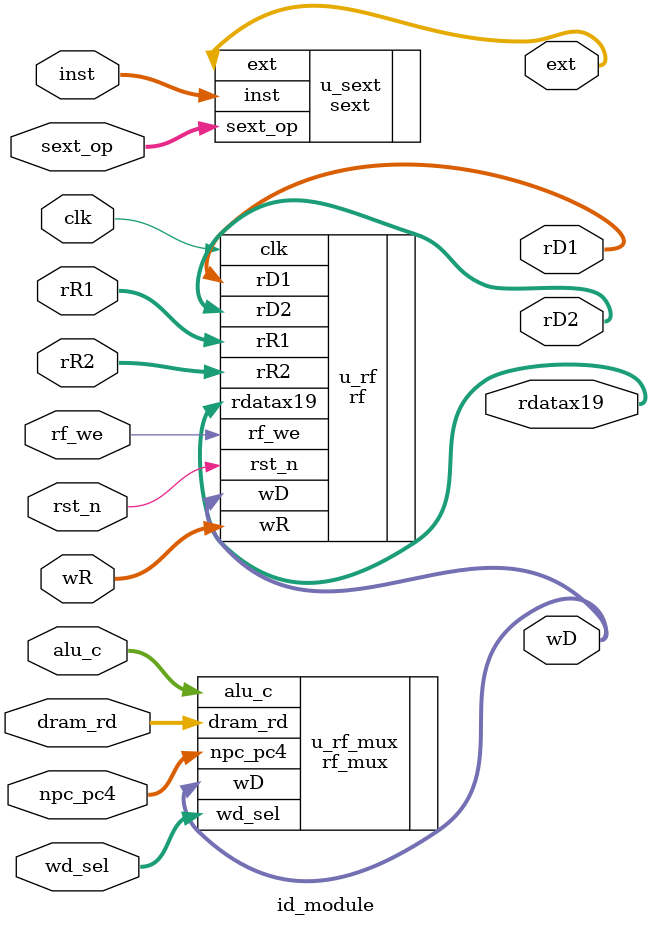
<source format=v>


module id_module(
    input   clk,
    input   rst_n,
    input   rf_we,
    input   [1:0]   wd_sel,
    input   [4:0]   rR1,
    input   [4:0]   rR2,
    input   [4:0]   wR,
    input   [31:0]  alu_c,
    input   [31:0]  npc_pc4,
    input   [31:0]  dram_rd,
    input   [2:0]   sext_op,                //Ñ¡ÔñÄÄÖÖÀàÐÍµÄÖ¸ÁîµÄ·ûºÅÀ©Õ¹
    input   [31:0]  inst,           //Ö¸Áî
    output  [31:0]  rD1,
    output  [31:0]  rD2,
    output  [31:0]  ext,         //·ûºÅÀ©Õ¹Ö®ºóµÄ32Î»Êý
    output  [31:0]  wD,
    output  [31:0]  rdatax19
    );
    
rf_mux u_rf_mux(
    .wd_sel(wd_sel),
    .alu_c(alu_c),
    .npc_pc4(npc_pc4),
    .dram_rd(dram_rd),
    .wD(wD)
);
    
rf u_rf(
    .clk(clk),
    .rst_n(rst_n),
    .rf_we(rf_we),
    .rR1(rR1),
    .rR2(rR2),
    .wR(wR),
    .wD(wD),
    .rD1(rD1),
    .rD2(rD2),
    .rdatax19(rdatax19)
);


sext u_sext(
    .sext_op(sext_op),
    .inst(inst),
    .ext(ext)
);
    
    
endmodule

</source>
